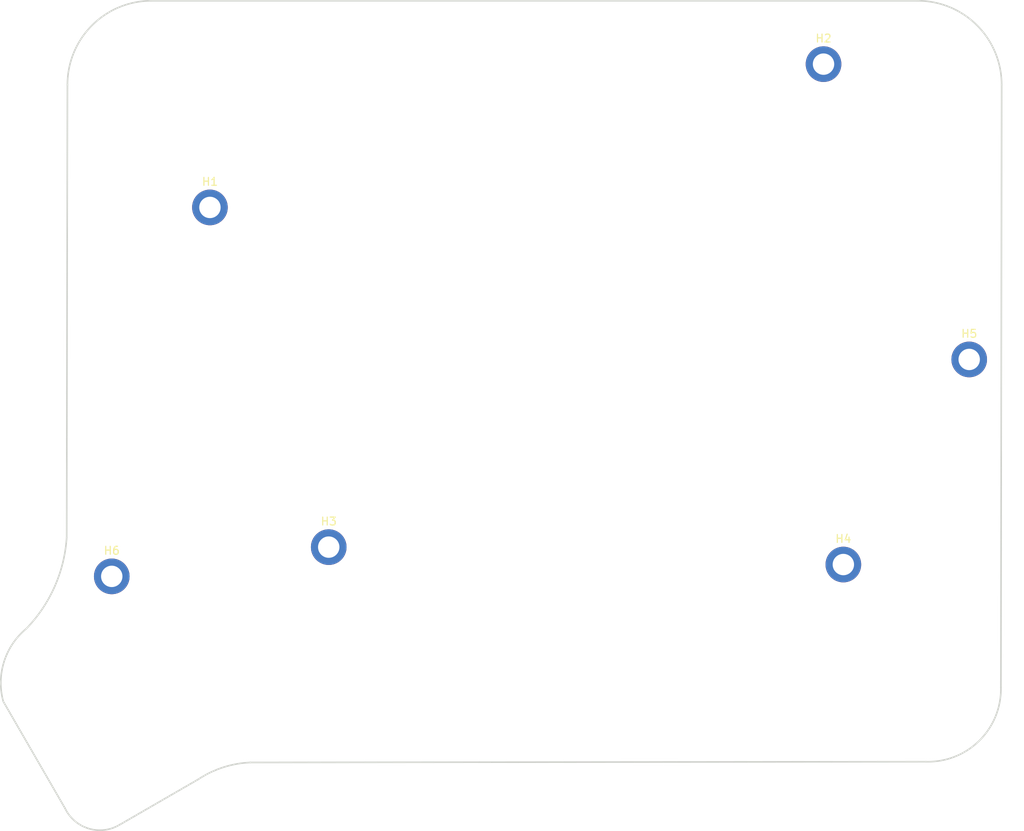
<source format=kicad_pcb>
(kicad_pcb (version 20211014) (generator pcbnew)
  (layers (0 "F.Cu" signal) (31 "B.Cu" signal) (34 "B.Paste" user) (35 "F.Paste" user) (36 "B.SilkS" user "B.Silkscreen") (37 "F.SilkS" user "F.Silkscreen") (38 "B.Mask" user) (39 "F.Mask" user) (44 "Edge.Cuts" user))
  (net 0 "")
  (footprint "MountingHole:MountingHole_2.7mm_M2.5_ISO7380_Pad" (layer "F.Cu") (at 206.122207 85.250691)
    (fp_text reference "H5" (at 0 -3.25) (layer "F.SilkS"))
    (fp_text value "MountingHole_Pad")
    (pad "1" thru_hole circle (at 0 0) (size 4.5 4.5) (drill 2.7) (layers *.Cu *.Mask))
  )
  (footprint "MountingHole:MountingHole_2.7mm_M2.5_ISO7380_Pad" (layer "F.Cu") (at 97.822207 112.650691)
    (fp_text reference "H6" (at 0 -3.25) (layer "F.SilkS"))
    (fp_text value "MountingHole_Pad")
    (pad "1" thru_hole circle (at 0 0) (size 4.5 4.5) (drill 2.7) (layers *.Cu *.Mask))
  )
  (footprint "MountingHole:MountingHole_2.7mm_M2.5_ISO7380_Pad" (layer "F.Cu") (at 125.226875 108.955359)
    (fp_text reference "H3" (at 0 -3.25) (layer "F.SilkS"))
    (fp_text value "MountingHole_Pad")
    (pad "1" thru_hole circle (at 0 0) (size 4.5 4.5) (drill 2.7) (layers *.Cu *.Mask))
  )
  (footprint "MountingHole:MountingHole_2.7mm_M2.5_ISO7380_Pad" (layer "F.Cu") (at 110.222207 66.050691)
    (fp_text reference "H1" (at 0 -3.25) (layer "F.SilkS"))
    (fp_text value "MountingHole_Pad")
    (pad "1" thru_hole circle (at 0 0) (size 4.5 4.5) (drill 2.7) (layers *.Cu *.Mask))
  )
  (footprint "MountingHole:MountingHole_2.7mm_M2.5_ISO7380_Pad" (layer "F.Cu") (at 190.226875 111.155359)
    (fp_text reference "H4" (at 0 -3.25) (layer "F.SilkS"))
    (fp_text value "MountingHole_Pad")
    (pad "1" thru_hole circle (at 0 0) (size 4.5 4.5) (drill 2.7) (layers *.Cu *.Mask))
  )
  (footprint "MountingHole:MountingHole_2.7mm_M2.5_ISO7380_Pad" (layer "F.Cu") (at 187.722207 47.950691)
    (fp_text reference "H2" (at 0 -3.25) (layer "F.SilkS"))
    (fp_text value "MountingHole_Pad")
    (pad "1" thru_hole circle (at 0 0) (size 4.5 4.5) (drill 2.7) (layers *.Cu *.Mask))
  )
  (gr_arc (start 84.122208 128.450691) (mid 84.218519 123.424678) (end 87.026875 119.255359) (layer "Edge.Cuts") (width 0.2))
  (gr_arc (start 92.126875 107.755359) (mid 90.601457 113.959739) (end 87.026875 119.255359) (layer "Edge.Cuts") (width 0.2))
  (gr_arc (start 92.224541 50.550691) (mid 95.329208 43.055358) (end 102.824541 39.950691) (layer "Edge.Cuts") (width 0.2))
  (gr_line (start 102.824541 39.950691) (end 199.619873 39.950691) (layer "Edge.Cuts") (width 0.2))
  (gr_line (start 98.889704 143.980814) (end 108.76947 138.271844) (layer "Edge.Cuts") (width 0.2))
  (gr_line (start 92.126875 107.755359) (end 92.224541 50.550691) (layer "Edge.Cuts") (width 0.2))
  (gr_line (start 210.126881 126.655359) (end 210.219873 50.550691) (layer "Edge.Cuts") (width 0.2))
  (gr_line (start 91.926875 141.955359) (end 84.122208 128.450691) (layer "Edge.Cuts") (width 0.2))
  (gr_arc (start 199.619873 39.950691) (mid 207.115187 43.055378) (end 210.219873 50.550691) (layer "Edge.Cuts") (width 0.2))
  (gr_line (start 115.326875 136.155359) (end 200.626881 136.055359) (layer "Edge.Cuts") (width 0.2))
  (gr_arc (start 108.76947 138.271844) (mid 111.904623 136.76885) (end 115.326875 136.155359) (layer "Edge.Cuts") (width 0.2))
  (gr_arc (start 210.126881 126.655359) (mid 207.4 133.4) (end 200.626881 136.055359) (layer "Edge.Cuts") (width 0.2))
  (gr_arc (start 98.889704 143.980814) (mid 94.957873 144.516465) (end 91.926875 141.955359) (layer "Edge.Cuts") (width 0.2))
)
</source>
